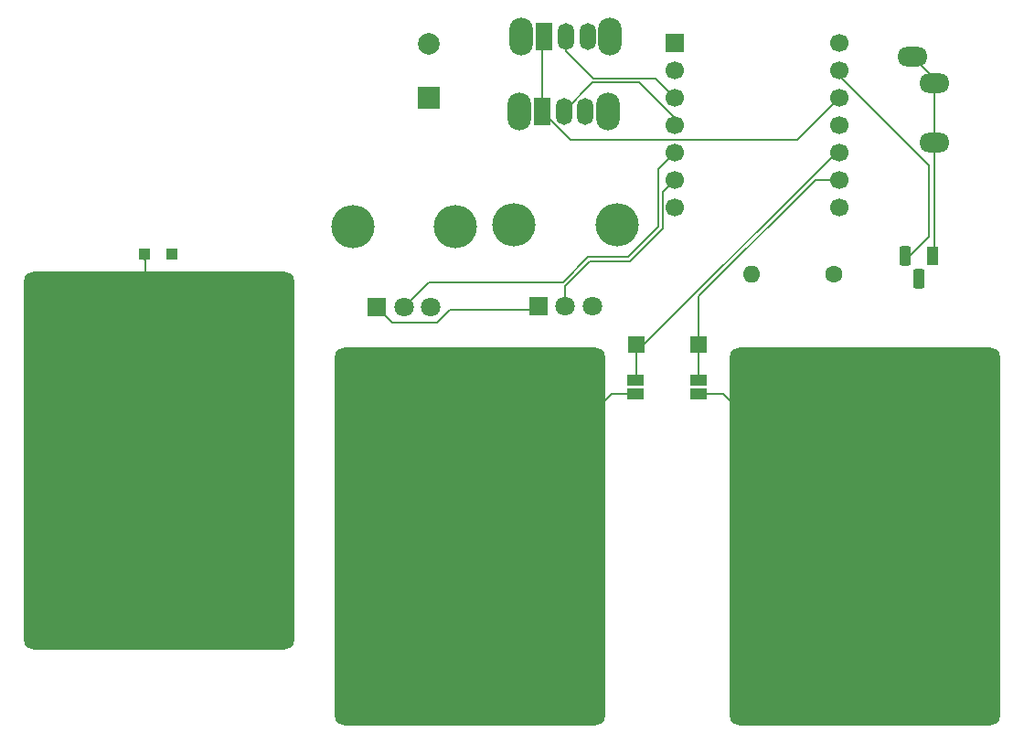
<source format=gbr>
%TF.GenerationSoftware,KiCad,Pcbnew,8.0.5*%
%TF.CreationDate,2025-07-03T02:12:50-07:00*%
%TF.ProjectId,Penguin_Paddle,50656e67-7569-46e5-9f50-6164646c652e, 4*%
%TF.SameCoordinates,Original*%
%TF.FileFunction,Copper,L1,Top*%
%TF.FilePolarity,Positive*%
%FSLAX46Y46*%
G04 Gerber Fmt 4.6, Leading zero omitted, Abs format (unit mm)*
G04 Created by KiCad (PCBNEW 8.0.5) date 2025-07-03 02:12:50*
%MOMM*%
%LPD*%
G01*
G04 APERTURE LIST*
G04 Aperture macros list*
%AMRoundRect*
0 Rectangle with rounded corners*
0 $1 Rounding radius*
0 $2 $3 $4 $5 $6 $7 $8 $9 X,Y pos of 4 corners*
0 Add a 4 corners polygon primitive as box body*
4,1,4,$2,$3,$4,$5,$6,$7,$8,$9,$2,$3,0*
0 Add four circle primitives for the rounded corners*
1,1,$1+$1,$2,$3*
1,1,$1+$1,$4,$5*
1,1,$1+$1,$6,$7*
1,1,$1+$1,$8,$9*
0 Add four rect primitives between the rounded corners*
20,1,$1+$1,$2,$3,$4,$5,0*
20,1,$1+$1,$4,$5,$6,$7,0*
20,1,$1+$1,$6,$7,$8,$9,0*
20,1,$1+$1,$8,$9,$2,$3,0*%
G04 Aperture macros list end*
%TA.AperFunction,NonConductor*%
%ADD10C,0.200000*%
%TD*%
%TA.AperFunction,SMDPad,CuDef*%
%ADD11RoundRect,0.833333X-11.666667X-16.666667X11.666667X-16.666667X11.666667X16.666667X-11.666667X16.666667X0*%
%TD*%
%TA.AperFunction,TestPad*%
%ADD12RoundRect,0.833333X-11.666667X-16.666667X11.666667X-16.666667X11.666667X16.666667X-11.666667X16.666667X0*%
%TD*%
%TA.AperFunction,ComponentPad*%
%ADD13RoundRect,0.250000X-0.550000X-0.550000X0.550000X-0.550000X0.550000X0.550000X-0.550000X0.550000X0*%
%TD*%
%TA.AperFunction,ComponentPad*%
%ADD14R,1.100000X1.800000*%
%TD*%
%TA.AperFunction,ComponentPad*%
%ADD15RoundRect,0.275000X0.275000X0.625000X-0.275000X0.625000X-0.275000X-0.625000X0.275000X-0.625000X0*%
%TD*%
%TA.AperFunction,ComponentPad*%
%ADD16O,4.000000X4.000000*%
%TD*%
%TA.AperFunction,ComponentPad*%
%ADD17R,1.800000X1.800000*%
%TD*%
%TA.AperFunction,ComponentPad*%
%ADD18C,1.800000*%
%TD*%
%TA.AperFunction,SMDPad,CuDef*%
%ADD19R,1.500000X1.000000*%
%TD*%
%TA.AperFunction,ComponentPad*%
%ADD20R,1.000000X1.000000*%
%TD*%
%TA.AperFunction,ComponentPad*%
%ADD21R,1.700000X1.700000*%
%TD*%
%TA.AperFunction,ComponentPad*%
%ADD22C,1.700000*%
%TD*%
%TA.AperFunction,ComponentPad*%
%ADD23O,2.800000X1.800000*%
%TD*%
%TA.AperFunction,ComponentPad*%
%ADD24R,2.000000X2.000000*%
%TD*%
%TA.AperFunction,ComponentPad*%
%ADD25C,2.000000*%
%TD*%
%TA.AperFunction,ComponentPad*%
%ADD26C,1.600000*%
%TD*%
%TA.AperFunction,ComponentPad*%
%ADD27O,1.600000X1.600000*%
%TD*%
%TA.AperFunction,ComponentPad*%
%ADD28O,2.200000X3.500000*%
%TD*%
%TA.AperFunction,ComponentPad*%
%ADD29R,1.500000X2.500000*%
%TD*%
%TA.AperFunction,ComponentPad*%
%ADD30O,1.500000X2.500000*%
%TD*%
%TA.AperFunction,Conductor*%
%ADD31C,0.200000*%
%TD*%
G04 APERTURE END LIST*
D10*
X175890000Y-105040000D02*
X177230000Y-122580000D01*
D11*
%TO.P,TP1,1,1*%
%TO.N,Net-(JP2-B)*%
X242560000Y-131190000D03*
%TD*%
D12*
%TO.P,TP2,1,1*%
%TO.N,Net-(JP1-B)*%
X205970000Y-131215000D03*
%TD*%
D13*
%TO.P,J3,1,Pin_1*%
%TO.N,Net-(J3-Pin_1)*%
X221410000Y-113480000D03*
%TD*%
D14*
%TO.P,Q1,1,C*%
%TO.N,Net-(Q1-C)*%
X248870000Y-105260000D03*
D15*
%TO.P,Q1,2,B*%
%TO.N,Net-(Q1-B)*%
X247600000Y-107330000D03*
%TO.P,Q1,3,E*%
%TO.N,GND*%
X246330000Y-105260000D03*
%TD*%
D12*
%TO.P,TP2,1,1*%
%TO.N,N/C*%
X177230000Y-124205000D03*
%TD*%
D16*
%TO.P,RV2,*%
%TO.N,*%
X195140000Y-102485000D03*
X204640000Y-102485000D03*
D17*
%TO.P,RV2,1,1*%
%TO.N,+3V3*%
X197390000Y-109985000D03*
D18*
%TO.P,RV2,2,2*%
%TO.N,Net-(U1-GPIO5{slash}D4{slash}I2C_SDA)*%
X199890000Y-109985000D03*
%TO.P,RV2,3,3*%
%TO.N,GND*%
X202390000Y-109985000D03*
%TD*%
D16*
%TO.P,RV1,*%
%TO.N,*%
X210080000Y-102355000D03*
X219580000Y-102355000D03*
D17*
%TO.P,RV1,1,1*%
%TO.N,+3V3*%
X212330000Y-109855000D03*
D18*
%TO.P,RV1,2,2*%
%TO.N,Net-(U1-GPIO9{slash}D5{slash}I2C_SCL)*%
X214830000Y-109855000D03*
%TO.P,RV1,3,3*%
%TO.N,GND*%
X217330000Y-109855000D03*
%TD*%
D19*
%TO.P,JP1,1,A*%
%TO.N,Net-(J3-Pin_1)*%
X221290000Y-116740000D03*
%TO.P,JP1,2,B*%
%TO.N,Net-(JP1-B)*%
X221290000Y-118040000D03*
%TD*%
D20*
%TO.P,REF\u002A\u002A,1*%
%TO.N,N/C*%
X175890000Y-105040000D03*
%TD*%
D21*
%TO.P,U1,1,GPIO1/D0/A0*%
%TO.N,Net-(U1-GPIO1{slash}D0{slash}A0)*%
X224980000Y-85480000D03*
D22*
%TO.P,U1,2,GPIO2/DA/A1*%
%TO.N,Net-(U1-GPIO2{slash}DA{slash}A1)*%
X224980000Y-88020000D03*
%TO.P,U1,3,GPIO3/D2/A2*%
%TO.N,Net-(SW1-B)*%
X224980000Y-90560000D03*
%TO.P,U1,4,GPIO4/D3/A3*%
%TO.N,Net-(SW2-B)*%
X224980000Y-93100000D03*
%TO.P,U1,5,GPIO5/D4/I2C_SDA*%
%TO.N,Net-(U1-GPIO5{slash}D4{slash}I2C_SDA)*%
X224980000Y-95640000D03*
%TO.P,U1,6,GPIO9/D5/I2C_SCL*%
%TO.N,Net-(U1-GPIO9{slash}D5{slash}I2C_SCL)*%
X224980000Y-98180000D03*
%TO.P,U1,7,U0TXD/D6/TX*%
%TO.N,unconnected-(U1-U0TXD{slash}D6{slash}TX-Pad7)*%
X224980000Y-100720000D03*
%TO.P,U1,8,U0RXD/D7/RX*%
%TO.N,unconnected-(U1-U0RXD{slash}D7{slash}RX-Pad8)*%
X240230000Y-100720000D03*
%TO.P,U1,9,GPIO7/D8/A8/SCK*%
%TO.N,Net-(J1-Pin_1)*%
X240230000Y-98180000D03*
%TO.P,U1,10,GPIO8/D9/A9/MISO*%
%TO.N,Net-(J3-Pin_1)*%
X240230000Y-95640000D03*
%TO.P,U1,11,GPIO9/D10/A10/MOSI*%
%TO.N,unconnected-(U1-GPIO9{slash}D10{slash}A10{slash}MOSI-Pad11)*%
X240230000Y-93100000D03*
%TO.P,U1,12,VCC_3V3*%
%TO.N,+3V3*%
X240230000Y-90560000D03*
%TO.P,U1,13,GND*%
%TO.N,GND*%
X240230000Y-88020000D03*
%TO.P,U1,14,VBUS*%
%TO.N,unconnected-(U1-VBUS-Pad14)*%
X240230000Y-85480000D03*
%TD*%
D19*
%TO.P,JP2,1,A*%
%TO.N,Net-(J1-Pin_1)*%
X227180000Y-116750000D03*
%TO.P,JP2,2,B*%
%TO.N,Net-(JP2-B)*%
X227180000Y-118050000D03*
%TD*%
D13*
%TO.P,J1,1,Pin_1*%
%TO.N,Net-(J1-Pin_1)*%
X227170000Y-113460000D03*
%TD*%
D23*
%TO.P,J2,R*%
%TO.N,Net-(Q1-C)*%
X248960000Y-94700000D03*
%TO.P,J2,S*%
X246960000Y-86800000D03*
%TO.P,J2,T*%
X248960000Y-89200000D03*
%TD*%
D24*
%TO.P,LS1,1*%
%TO.N,GND*%
X202170000Y-90580000D03*
D25*
%TO.P,LS1,2*%
%TO.N,Net-(U1-GPIO1{slash}D0{slash}A0)*%
X202170000Y-85580000D03*
%TD*%
D26*
%TO.P,R1,1*%
%TO.N,Net-(Q1-B)*%
X239650000Y-106960000D03*
D27*
%TO.P,R1,2*%
%TO.N,Net-(U1-GPIO2{slash}DA{slash}A1)*%
X232030000Y-106960000D03*
%TD*%
D28*
%TO.P,SW2,*%
%TO.N,*%
X210580000Y-91840000D03*
X218780000Y-91840000D03*
D29*
%TO.P,SW2,1,A*%
%TO.N,+3V3*%
X212680000Y-91840000D03*
D30*
%TO.P,SW2,2,B*%
%TO.N,Net-(SW2-B)*%
X214680000Y-91840000D03*
%TO.P,SW2,3*%
%TO.N,N/C*%
X216680000Y-91840000D03*
%TD*%
D28*
%TO.P,SW1,*%
%TO.N,*%
X210770000Y-84910000D03*
X218970000Y-84910000D03*
D29*
%TO.P,SW1,1,A*%
%TO.N,+3V3*%
X212870000Y-84910000D03*
D30*
%TO.P,SW1,2,B*%
%TO.N,Net-(SW1-B)*%
X214870000Y-84910000D03*
%TO.P,SW1,3*%
%TO.N,N/C*%
X216870000Y-84910000D03*
%TD*%
D20*
%TO.P,REF\u002A\u002A,1*%
%TO.N,N/C*%
X178380000Y-105060000D03*
%TD*%
D31*
%TO.N,Net-(Q1-B)*%
X247260000Y-107270000D02*
X247600000Y-106930000D01*
%TO.N,GND*%
X248520000Y-103470000D02*
X248520000Y-96820000D01*
X246330000Y-105660000D02*
X248520000Y-103470000D01*
X240295000Y-88595000D02*
X240295000Y-88130000D01*
X248520000Y-96820000D02*
X240295000Y-88595000D01*
%TO.N,Net-(Q1-C)*%
X246960000Y-86800000D02*
X248960000Y-88800000D01*
X248960000Y-105570000D02*
X248870000Y-105660000D01*
X248960000Y-94700000D02*
X248960000Y-105570000D01*
X248960000Y-89200000D02*
X248960000Y-94700000D01*
X248960000Y-88800000D02*
X248960000Y-89200000D01*
%TO.N,Net-(U1-GPIO9{slash}D5{slash}I2C_SCL)*%
X217080000Y-105750000D02*
X220780000Y-105750000D01*
X220780000Y-105750000D02*
X223830000Y-102700000D01*
X214830000Y-109855000D02*
X214830000Y-108000000D01*
X223830000Y-99330000D02*
X224980000Y-98180000D01*
X214830000Y-108000000D02*
X217080000Y-105750000D01*
X223830000Y-102700000D02*
X223830000Y-99330000D01*
%TO.N,+3V3*%
X212680000Y-91840000D02*
X212680000Y-85100000D01*
X211935000Y-110250000D02*
X212330000Y-109855000D01*
X198805000Y-111400000D02*
X202970000Y-111400000D01*
X204120000Y-110250000D02*
X211935000Y-110250000D01*
X212680000Y-91840000D02*
X215330000Y-94490000D01*
X236300000Y-94490000D02*
X240230000Y-90560000D01*
X202970000Y-111400000D02*
X204120000Y-110250000D01*
X197390000Y-109985000D02*
X198805000Y-111400000D01*
X212680000Y-85100000D02*
X212870000Y-84910000D01*
X215330000Y-94490000D02*
X236300000Y-94490000D01*
%TO.N,Net-(U1-GPIO5{slash}D4{slash}I2C_SDA)*%
X220624314Y-105340000D02*
X223430000Y-102534314D01*
X223430000Y-102534314D02*
X223430000Y-97190000D01*
X199890000Y-109985000D02*
X202205000Y-107670000D01*
X223430000Y-97190000D02*
X224980000Y-95640000D01*
X214594314Y-107670000D02*
X216924314Y-105340000D01*
X216924314Y-105340000D02*
X220624314Y-105340000D01*
X202205000Y-107670000D02*
X214594314Y-107670000D01*
%TO.N,Net-(SW1-B)*%
X223190000Y-88770000D02*
X224980000Y-90560000D01*
X224905000Y-90810000D02*
X225045000Y-90670000D01*
X214870000Y-84910000D02*
X214870000Y-86250000D01*
X217390000Y-88770000D02*
X223190000Y-88770000D01*
X214870000Y-86250000D02*
X217390000Y-88770000D01*
%TO.N,Net-(U1-GPIO1{slash}D0{slash}A0)*%
X224360000Y-85590000D02*
X225045000Y-85590000D01*
X225035785Y-85580785D02*
X225045000Y-85590000D01*
%TO.N,Net-(J1-Pin_1)*%
X227170000Y-113460000D02*
X227150000Y-113440000D01*
X227170000Y-116740000D02*
X227180000Y-116750000D01*
X227150000Y-108985686D02*
X237955686Y-98180000D01*
X227170000Y-113460000D02*
X227170000Y-116740000D01*
X237955686Y-98180000D02*
X240230000Y-98180000D01*
X227150000Y-113440000D02*
X227150000Y-108985686D01*
%TO.N,Net-(J3-Pin_1)*%
X221410000Y-116620000D02*
X221290000Y-116740000D01*
X240230000Y-95640000D02*
X239930000Y-95640000D01*
X222090000Y-113480000D02*
X221410000Y-113480000D01*
X221410000Y-113480000D02*
X221410000Y-116620000D01*
X239930000Y-95640000D02*
X222090000Y-113480000D01*
%TO.N,Net-(JP1-B)*%
X221290000Y-118040000D02*
X219145000Y-118040000D01*
X219145000Y-118040000D02*
X205970000Y-131215000D01*
%TO.N,Net-(JP2-B)*%
X227180000Y-118050000D02*
X229420000Y-118050000D01*
X229420000Y-118050000D02*
X242560000Y-131190000D01*
X240230000Y-130410000D02*
X239250000Y-131390000D01*
%TO.N,Net-(SW2-B)*%
X217350000Y-89170000D02*
X221690000Y-89170000D01*
X221690000Y-89170000D02*
X224980000Y-92460000D01*
X224980000Y-92460000D02*
X224980000Y-93100000D01*
X214680000Y-91840000D02*
X217350000Y-89170000D01*
%TD*%
M02*

</source>
